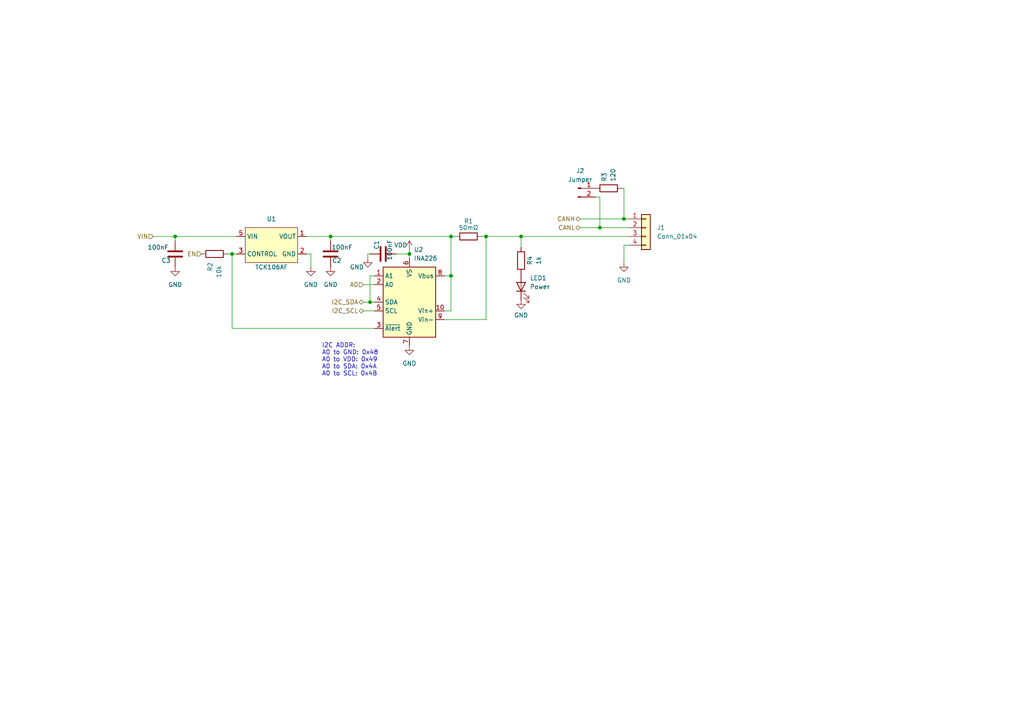
<source format=kicad_sch>
(kicad_sch (version 20230121) (generator eeschema)
  (paper "A4")
  (lib_symbols
    (symbol "Connector:Conn_01x02_Pin" (pin_names (offset 1.016) hide)
      (property "Reference" "J" (at 0 2.54 0))
      (property "Value" "Conn_01x02_Pin" (at 0 -5.08 0))
      (symbol "Conn_01x02_Pin_1_1"
        (polyline (pts (xy 1.27 -2.54) (xy 0.8636 -2.54)) (stroke (width 0.1524)))
        (polyline (pts (xy 1.27 0) (xy 0.8636 0)) (stroke (width 0.1524)))
        (rectangle (start 0.8636 -2.413) (end 0 -2.667) (stroke (width 0.1524)) (fill (type outline)))
        (rectangle (start 0.8636 0.127) (end 0 -0.127) (stroke (width 0.1524)) (fill (type outline)))
        (pin passive line (at 5.08 0 180) (length 3.81) (name "Pin_1") (number "1"))
        (pin passive line (at 5.08 -2.54 180) (length 3.81) (name "Pin_2") (number "2"))
      )
    )
    (symbol "Connector_Generic:Conn_01x04" (pin_names (offset 1.016) hide)
      (property "Reference" "J" (at 0 5.08 0))
      (property "Value" "Conn_01x04" (at 0 -7.62 0))
      (symbol "Conn_01x04_1_1"
        (rectangle (start -1.27 -4.953) (end 0 -5.207) (stroke (width 0.1524)))
        (rectangle (start -1.27 -2.413) (end 0 -2.667) (stroke (width 0.1524)))
        (rectangle (start -1.27 0.127) (end 0 -0.127) (stroke (width 0.1524)))
        (rectangle (start -1.27 2.667) (end 0 2.413) (stroke (width 0.1524)))
        (rectangle (start -1.27 3.81) (end 1.27 -6.35) (stroke (width 0.254)) (fill (type background)))
        (pin passive line (at -5.08 2.54 0) (length 3.81) (name "Pin_1") (number "1"))
        (pin passive line (at -5.08 0 0) (length 3.81) (name "Pin_2") (number "2"))
        (pin passive line (at -5.08 -2.54 0) (length 3.81) (name "Pin_3") (number "3"))
        (pin passive line (at -5.08 -5.08 0) (length 3.81) (name "Pin_4") (number "4"))
      )
    )
    (symbol "Device:C" (pin_numbers hide) (pin_names (offset 0.254))
      (property "Reference" "C" (at 0.635 2.54 0))
      (property "Value" "C" (at 0.635 -2.54 0))
      (symbol "C_0_1"
        (polyline (pts (xy -2.032 -0.762) (xy 2.032 -0.762)) (stroke (width 0.508)))
        (polyline (pts (xy -2.032 0.762) (xy 2.032 0.762)) (stroke (width 0.508)))
      )
      (symbol "C_1_1"
        (pin passive line (at 0 3.81 270) (length 2.794) (name "~") (number "1"))
        (pin passive line (at 0 -3.81 90) (length 2.794) (name "~") (number "2"))
      )
    )
    (symbol "Device:LED" (pin_numbers hide) (pin_names (offset 1.016) hide)
      (property "Reference" "D" (at 0 2.54 0))
      (property "Value" "LED" (at 0 -2.54 0))
      (symbol "LED_0_1"
        (polyline (pts (xy -1.27 -1.27) (xy -1.27 1.27)) (stroke (width 0.254)))
        (polyline (pts (xy -1.27 0) (xy 1.27 0)))
        (polyline (pts (xy 1.27 -1.27) (xy 1.27 1.27) (xy -1.27 0) (xy 1.27 -1.27)) (stroke (width 0.254)))
        (polyline (pts (xy -3.048 -0.762) (xy -4.572 -2.286) (xy -3.81 -2.286) (xy -4.572 -2.286) (xy -4.572 -1.524)))
        (polyline (pts (xy -1.778 -0.762) (xy -3.302 -2.286) (xy -2.54 -2.286) (xy -3.302 -2.286) (xy -3.302 -1.524)))
      )
      (symbol "LED_1_1"
        (pin passive line (at -3.81 0 0) (length 2.54) (name "K") (number "1"))
        (pin passive line (at 3.81 0 180) (length 2.54) (name "A") (number "2"))
      )
    )
    (symbol "Device:R" (pin_numbers hide) (pin_names (offset 0))
      (property "Reference" "R" (at 2.032 0 90))
      (property "Value" "R" (at 0 0 90))
      (symbol "R_0_1"
        (rectangle (start -1.016 -2.54) (end 1.016 2.54) (stroke (width 0.254)))
      )
      (symbol "R_1_1"
        (pin passive line (at 0 3.81 270) (length 1.27) (name "~") (number "1"))
        (pin passive line (at 0 -3.81 90) (length 1.27) (name "~") (number "2"))
      )
    )
    (symbol "Sensor_Energy:INA226"
      (property "Reference" "U" (at -6.35 11.43 0))
      (property "Value" "INA226" (at 3.81 11.43 0))
      (symbol "INA226_0_1"
        (rectangle (start 7.62 10.16) (end -7.62 -10.16) (stroke (width 0.254)) (fill (type background)))
      )
      (symbol "INA226_1_1"
        (pin input line (at 10.16 7.62 180) (length 2.54) (name "A1") (number "1"))
        (pin input line (at -10.16 -2.54 0) (length 2.54) (name "Vin+") (number "10"))
        (pin input line (at 10.16 5.08 180) (length 2.54) (name "A0") (number "2"))
        (pin open_collector line (at 10.16 -7.62 180) (length 2.54) (name "~{Alert}") (number "3"))
        (pin bidirectional line (at 10.16 0 180) (length 2.54) (name "SDA") (number "4"))
        (pin input line (at 10.16 -2.54 180) (length 2.54) (name "SCL") (number "5"))
        (pin power_in line (at 0 12.7 270) (length 2.54) (name "VS") (number "6"))
        (pin power_in line (at 0 -12.7 90) (length 2.54) (name "GND") (number "7"))
        (pin input line (at -10.16 7.62 0) (length 2.54) (name "Vbus") (number "8"))
        (pin input line (at -10.16 -5.08 0) (length 2.54) (name "Vin-") (number "9"))
      )
    )
    (symbol "WOBCLibrary:TCK106AF"
      (property "Reference" "U" (at 0 6.35 0))
      (symbol "TCK106AF_1_1"
        (rectangle (start -7.62 5.08) (end 7.62 -5.08) (fill (type background)))
        (pin power_out line (at 10.16 2.54 180) (length 2.54) (name "VOUT") (number "1"))
        (pin power_in line (at 10.16 -2.54 180) (length 2.54) (name "GND") (number "2"))
        (pin input line (at -10.16 -2.54 0) (length 2.54) (name "CONTROL") (number "3"))
        (pin power_in line (at 0 -5.08 180) (length 2.54) hide (name "NC") (number "4"))
        (pin power_in line (at -10.16 2.54 0) (length 2.54) (name "VIN") (number "5"))
      )
    )
    (symbol "power:GND" (power) (pin_names (offset 0))
      (property "Value" "GND" (at 0 -3.81 0))
      (symbol "GND_0_1"
        (polyline (pts (xy 0 0) (xy 0 -1.27) (xy 1.27 -1.27) (xy 0 -2.54) (xy -1.27 -1.27) (xy 0 -1.27)))
      )
      (symbol "GND_1_1"
        (pin power_in line (at 0 0 270) (length 0) hide (name "GND") (number "1"))
      )
    )
    (symbol "power:VDD" (power) (pin_names (offset 0))
      (property "Value" "VDD" (at 0 3.81 0))
      (symbol "VDD_0_1"
        (polyline (pts (xy -0.762 1.27) (xy 0 2.54)))
        (polyline (pts (xy 0 0) (xy 0 2.54)))
        (polyline (pts (xy 0 2.54) (xy 0.762 1.27)))
      )
      (symbol "VDD_1_1"
        (pin power_in line (at 0 0 90) (length 0) hide (name "VDD") (number "1"))
      )
    )
  )
  (junction (at 107.315 87.63))
  (junction (at 130.81 68.58))
  (junction (at 67.31 73.66))
  (junction (at 151.13 68.58))
  (junction (at 50.8 68.58))
  (junction (at 130.81 80.01))
  (junction (at 118.745 73.66))
  (junction (at 140.97 68.58))
  (junction (at 95.885 68.58))
  (junction (at 180.975 63.5))
  (junction (at 173.99 66.04))
  (wire (pts (xy 128.905 90.17) (xy 130.81 90.17)))
  (wire (pts (xy 180.975 71.12) (xy 180.975 76.2)))
  (wire (pts (xy 180.34 54.61) (xy 180.975 54.61)))
  (wire (pts (xy 140.97 68.58) (xy 151.13 68.58)))
  (wire (pts (xy 128.905 92.71) (xy 140.97 92.71)))
  (wire (pts (xy 114.935 73.66) (xy 118.745 73.66)))
  (wire (pts (xy 173.99 57.15) (xy 173.99 66.04)))
  (wire (pts (xy 151.13 68.58) (xy 182.245 68.58)))
  (wire (pts (xy 105.41 82.55) (xy 108.585 82.55)))
  (wire (pts (xy 107.315 87.63) (xy 108.585 87.63)))
  (wire (pts (xy 140.97 68.58) (xy 140.97 92.71)))
  (wire (pts (xy 108.585 80.01) (xy 107.315 80.01)))
  (wire (pts (xy 130.81 68.58) (xy 132.08 68.58)))
  (wire (pts (xy 180.975 63.5) (xy 182.245 63.5)))
  (wire (pts (xy 44.45 68.58) (xy 50.8 68.58)))
  (wire (pts (xy 105.41 87.63) (xy 107.315 87.63)))
  (wire (pts (xy 67.31 73.66) (xy 68.58 73.66)))
  (wire (pts (xy 151.13 68.58) (xy 151.13 71.755)))
  (wire (pts (xy 173.99 66.04) (xy 182.245 66.04)))
  (wire (pts (xy 108.585 95.25) (xy 67.31 95.25)))
  (wire (pts (xy 50.8 68.58) (xy 50.8 69.85)))
  (wire (pts (xy 95.885 68.58) (xy 130.81 68.58)))
  (wire (pts (xy 168.275 63.5) (xy 180.975 63.5)))
  (wire (pts (xy 106.68 73.66) (xy 107.315 73.66)))
  (wire (pts (xy 130.81 80.01) (xy 130.81 90.17)))
  (wire (pts (xy 50.8 68.58) (xy 68.58 68.58)))
  (wire (pts (xy 95.885 68.58) (xy 95.885 69.85)))
  (wire (pts (xy 66.04 73.66) (xy 67.31 73.66)))
  (wire (pts (xy 107.315 80.01) (xy 107.315 87.63)))
  (wire (pts (xy 182.245 71.12) (xy 180.975 71.12)))
  (wire (pts (xy 180.975 54.61) (xy 180.975 63.5)))
  (wire (pts (xy 106.68 73.66) (xy 106.68 74.93)))
  (wire (pts (xy 88.9 68.58) (xy 95.885 68.58)))
  (wire (pts (xy 67.31 95.25) (xy 67.31 73.66)))
  (wire (pts (xy 90.17 77.47) (xy 90.17 73.66)))
  (wire (pts (xy 130.81 68.58) (xy 130.81 80.01)))
  (wire (pts (xy 128.905 80.01) (xy 130.81 80.01)))
  (wire (pts (xy 139.7 68.58) (xy 140.97 68.58)))
  (wire (pts (xy 118.745 72.39) (xy 118.745 73.66)))
  (wire (pts (xy 168.275 66.04) (xy 173.99 66.04)))
  (wire (pts (xy 105.41 90.17) (xy 108.585 90.17)))
  (wire (pts (xy 172.72 57.15) (xy 173.99 57.15)))
  (wire (pts (xy 90.17 73.66) (xy 88.9 73.66)))
  (wire (pts (xy 118.745 73.66) (xy 118.745 74.93)))
  (text "I2C ADDR: \nA0 to GND: 0x48\nA0 to VDD: 0x49\nA0 to SDA: 0x4A\nA0 to SCL: 0x4B" (at 93.345 109.22 0) (effects (font (size 1.27 1.27)) (justify left bottom)))
  (hierarchical_label "EN" (shape input) (at 58.42 73.66 180))
  (hierarchical_label "A0" (shape input) (at 105.41 82.55 180))
  (hierarchical_label "CANH" (shape bidirectional) (at 168.275 63.5 180))
  (hierarchical_label "CANL" (shape bidirectional) (at 168.275 66.04 180))
  (hierarchical_label "I2C_SCL" (shape bidirectional) (at 105.41 90.17 180))
  (hierarchical_label "VIN" (shape input) (at 44.45 68.58 180))
  (hierarchical_label "I2C_SDA" (shape bidirectional) (at 105.41 87.63 180))
  (symbol (lib_id "Device:LED") (at 151.13 83.185 90) (unit 1)
    (property "Reference" "LED1" (at 153.67 80.645 90) (effects (justify right)))
    (property "Value" "Power" (at 153.67 83.185 90) (effects (justify right)))
    (property "Footprint" "LED_SMD:LED_0603_1608Metric" (effects hide))
  )
  (symbol (lib_id "Sensor_Energy:INA226") (at 118.745 87.63 0) (mirror y) (unit 1)
    (property "Reference" "U2" (at 120.015 72.39 0) (effects (justify right)))
    (property "Value" "INA226" (at 120.015 74.93 0) (effects (justify right)))
    (property "Footprint" "Package_SO:VSSOP-10_3x3mm_P0.5mm" (effects hide))
    (property "Datasheet" "http://www.ti.com/lit/ds/symlink/ina226.pdf" (effects hide))
  )
  (symbol (lib_id "Device:C") (at 50.8 73.66 180) (unit 1)
    (property "Reference" "C3" (at 49.53 75.565 0) (effects (justify left)))
    (property "Value" "100nF" (at 48.895 71.755 0) (effects (justify left)))
    (property "Footprint" "Capacitor_SMD:C_0402_1005Metric" (effects hide))
  )
  (symbol (lib_id "power:VDD") (at 118.745 72.39 0) (unit 1)
    (property "Reference" "#PWR04" (effects hide))
    (property "Value" "VDD" (at 116.205 71.12 0))
  )
  (symbol (lib_id "power:GND") (at 151.13 86.995 0) (unit 1)
    (property "Reference" "#PWR06" (effects hide))
    (property "Value" "GND" (at 151.13 91.44 0))
  )
  (symbol (lib_id "Connector_Generic:Conn_01x04") (at 187.325 66.04 0) (unit 1)
    (property "Reference" "J1" (at 190.5 66.04 0) (effects (justify left)))
    (property "Value" "Conn_01x04" (at 190.5 68.58 0) (effects (justify left)))
    (property "Footprint" "Connector_PinSocket_2.54mm:PinSocket_1x04_P2.54mm_Vertical" (effects hide))
  )
  (symbol (lib_id "power:GND") (at 95.885 77.47 0) (unit 1)
    (property "Reference" "#PWR08" (effects hide))
    (property "Value" "GND" (at 95.885 82.55 0))
  )
  (symbol (lib_id "power:GND") (at 106.68 74.93 0) (unit 1)
    (property "Reference" "#PWR07" (effects hide))
    (property "Value" "GND" (at 103.505 77.47 0))
  )
  (symbol (lib_id "power:GND") (at 118.745 100.33 0) (unit 1)
    (property "Reference" "#PWR03" (effects hide))
    (property "Value" "GND" (at 118.745 105.41 0))
  )
  (symbol (lib_id "WOBCLibrary:TCK106AF") (at 78.74 71.12 0) (unit 1)
    (property "Reference" "U1" (at 78.74 63.5 0))
    (property "Value" "TCK106AF" (at 78.74 77.47 0))
    (property "Footprint" "Package_TO_SOT_SMD:SOT-23-5" (effects hide))
  )
  (symbol (lib_id "Device:R") (at 135.89 68.58 90) (unit 1)
    (property "Reference" "R1" (at 135.89 64.135 90))
    (property "Value" "50mΩ" (at 135.89 66.04 90))
    (property "Footprint" "Resistor_SMD:R_0805_2012Metric" (effects hide))
  )
  (symbol (lib_id "power:GND") (at 50.8 77.47 0) (unit 1)
    (property "Reference" "#PWR09" (effects hide))
    (property "Value" "GND" (at 50.8 82.55 0))
  )
  (symbol (lib_id "Device:C") (at 95.885 73.66 180) (unit 1)
    (property "Reference" "C2" (at 99.06 75.565 0) (effects (justify left)))
    (property "Value" "100nF" (at 102.235 71.755 0) (effects (justify left)))
    (property "Footprint" "Capacitor_SMD:C_0402_1005Metric" (effects hide))
  )
  (symbol (lib_id "power:GND") (at 90.17 77.47 0) (unit 1)
    (property "Reference" "#PWR05" (effects hide))
    (property "Value" "GND" (at 90.17 82.55 0))
  )
  (symbol (lib_id "Device:R") (at 151.13 75.565 180) (unit 1)
    (property "Reference" "R4" (at 153.67 75.565 90))
    (property "Value" "1k" (at 156.21 75.565 90))
    (property "Footprint" "PCM_Resistor_SMD_AKL:R_0402_1005Metric" (effects hide))
  )
  (symbol (lib_id "Device:R") (at 62.23 73.66 90) (unit 1)
    (property "Reference" "R2" (at 60.96 78.74 0) (effects (justify left)))
    (property "Value" "10k" (at 63.5 80.645 0) (effects (justify left)))
    (property "Footprint" "PCM_Resistor_SMD_AKL:R_0402_1005Metric" (effects hide))
  )
  (symbol (lib_id "Device:R") (at 176.53 54.61 90) (unit 1)
    (property "Reference" "R3" (at 175.26 52.705 0) (effects (justify left)))
    (property "Value" "120" (at 177.8 52.705 0) (effects (justify left)))
    (property "Footprint" "PCM_Resistor_SMD_AKL:R_0402_1005Metric" (effects hide))
  )
  (symbol (lib_id "Connector:Conn_01x02_Pin") (at 167.64 54.61 0) (unit 1)
    (property "Reference" "J2" (at 168.275 49.53 0))
    (property "Value" "Jumper" (at 168.275 52.07 0))
    (property "Footprint" "Connector_PinHeader_1.27mm:PinHeader_1x02_P1.27mm_Vertical" (effects hide))
  )
  (symbol (lib_id "power:GND") (at 180.975 76.2 0) (unit 1)
    (property "Reference" "#PWR01" (effects hide))
    (property "Value" "GND" (at 180.975 81.28 0))
  )
  (symbol (lib_id "Device:C") (at 111.125 73.66 90) (unit 1)
    (property "Reference" "C1" (at 109.22 72.39 0) (effects (justify left)))
    (property "Value" "100nF" (at 113.03 75.565 0) (effects (justify left)))
    (property "Footprint" "Capacitor_SMD:C_0402_1005Metric" (effects hide))
  )
)
</source>
